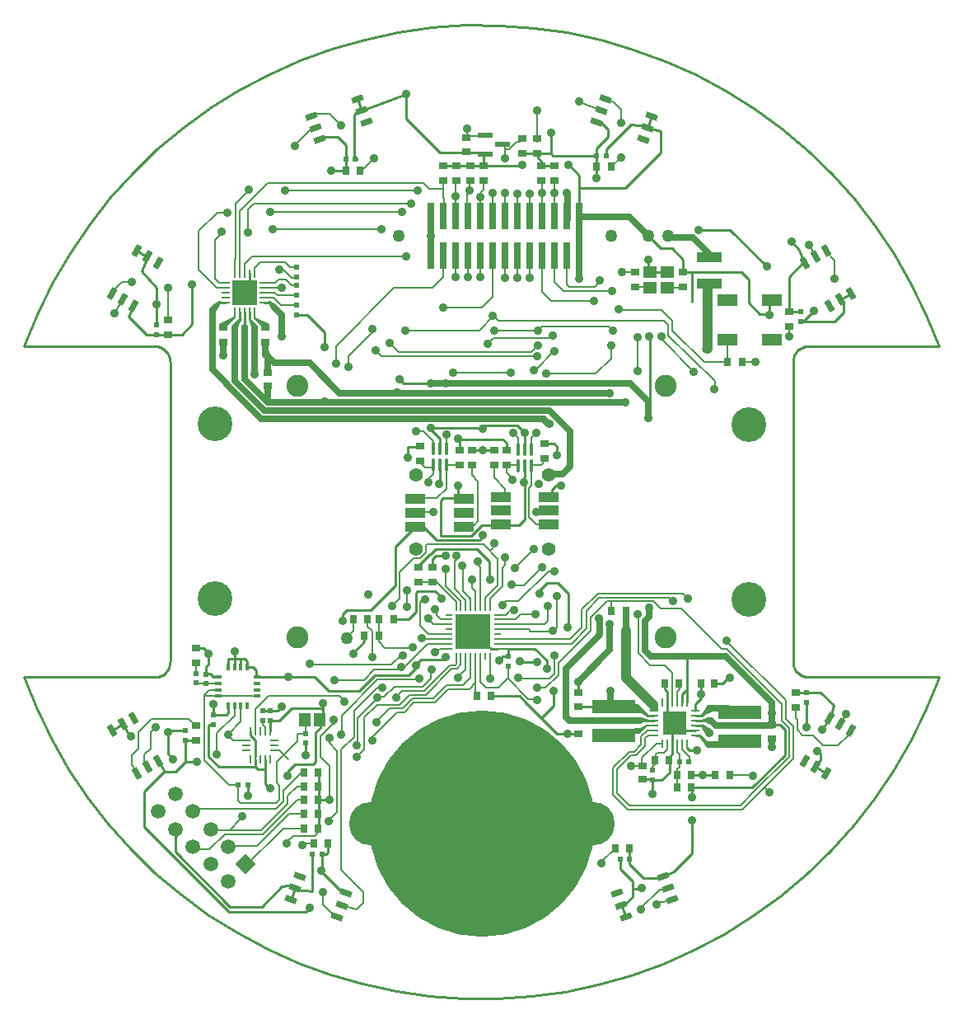
<source format=gtl>
%FSTAX23Y23*%
%MOIN*%
%SFA1B1*%

%IPPOS*%
%AMD17*
4,1,4,-0.001400,0.026400,-0.022100,0.014400,0.001400,-0.026400,0.022100,-0.014400,-0.001400,0.026400,0.0*
%
%AMD18*
4,1,4,-0.018000,0.019300,-0.026200,-0.003200,0.018000,-0.019300,0.026200,0.003200,-0.018000,0.019300,0.0*
%
%AMD19*
4,1,4,0.026200,-0.003200,0.018000,0.019300,-0.026200,0.003200,-0.018000,-0.019300,0.026200,-0.003200,0.0*
%
%AMD20*
4,1,4,0.022100,0.014400,0.001400,0.026400,-0.022100,-0.014400,-0.001400,-0.026400,0.022100,0.014400,0.0*
%
%AMD45*
4,1,4,0.000000,-0.041700,0.041700,0.000000,0.000000,0.041700,-0.041700,0.000000,0.000000,-0.041700,0.0*
%
%ADD10C,0.008000*%
%ADD11C,0.010000*%
%ADD12R,0.019700X0.023600*%
%ADD13R,0.027600X0.035400*%
%ADD14R,0.029100X0.110000*%
%ADD15R,0.011800X0.031500*%
%ADD16R,0.031500X0.011800*%
G04~CAMADD=17~9~0.0~0.0~240.0~470.0~0.0~0.0~0~0.0~0.0~0.0~0.0~0~0.0~0.0~0.0~0.0~0~0.0~0.0~0.0~30.0~442.0~527.0*
%ADD17D17*%
G04~CAMADD=18~9~0.0~0.0~240.0~470.0~0.0~0.0~0~0.0~0.0~0.0~0.0~0~0.0~0.0~0.0~0.0~0~0.0~0.0~0.0~70.0~524.0~385.0*
%ADD18D18*%
G04~CAMADD=19~9~0.0~0.0~240.0~470.0~0.0~0.0~0~0.0~0.0~0.0~0.0~0~0.0~0.0~0.0~0.0~0~0.0~0.0~0.0~290.0~524.0~385.0*
%ADD19D19*%
G04~CAMADD=20~9~0.0~0.0~240.0~470.0~0.0~0.0~0~0.0~0.0~0.0~0.0~0~0.0~0.0~0.0~0.0~0~0.0~0.0~0.0~330.0~442.0~527.0*
%ADD20D20*%
%ADD21R,0.094500X0.094500*%
%ADD22O,0.037400X0.009800*%
%ADD23O,0.009800X0.037400*%
%ADD24R,0.023600X0.019700*%
%ADD25R,0.035400X0.027600*%
%ADD26R,0.047200X0.055100*%
%ADD27O,0.013800X0.059100*%
%ADD28R,0.098400X0.098400*%
%ADD29O,0.033500X0.009800*%
%ADD30O,0.009800X0.033500*%
%ADD31R,0.035400X0.031500*%
%ADD32R,0.141700X0.141700*%
%ADD33O,0.009800X0.031500*%
%ADD34O,0.031500X0.009800*%
%ADD35R,0.055100X0.047200*%
%ADD36R,0.173000X0.056500*%
%ADD37R,0.102400X0.043300*%
%ADD38R,0.059100X0.023600*%
%ADD39R,0.031500X0.035400*%
%ADD40R,0.080000X0.050000*%
%ADD41R,0.078700X0.039400*%
%ADD42C,0.025000*%
%ADD43C,0.040000*%
%ADD44C,0.059100*%
G04~CAMADD=45~10~0.0~590.4~0.0~0.0~0.0~0.0~0~0.0~0.0~0.0~0.0~0~0.0~0.0~0.0~0.0~0~0.0~0.0~0.0~225.0~590.4~0.0*
%ADD45D45*%
%ADD46C,0.050000*%
%ADD47C,0.055100*%
%ADD48C,0.035000*%
%ADD49C,0.040000*%
%ADD50C,0.175000*%
%ADD51C,0.915000*%
%ADD52C,0.026000*%
%ADD53C,0.089000*%
%ADD54C,0.140000*%
%LNronemotorboard-v9-1*%
%LPD*%
G36*
X04925Y03144D02*
X04919D01*
X04884Y03156*
X04916Y03168*
X04925*
Y03144*
G37*
G36*
X04933Y03192D02*
X0489Y03171D01*
X04889Y0318*
X04913Y03215*
X04935Y03216*
X04933Y03192*
G37*
G36*
X04673Y03181D02*
X04668Y03172D01*
X04643Y03185*
X04618*
Y03221*
X04633*
X04673Y03181*
G37*
G36*
X04689Y03156D02*
X04644Y03144D01*
X04626*
Y03168*
X04643*
X04689Y03156*
G37*
G36*
X04918Y0307D02*
X0492Y0305D01*
X0491Y03049*
X04877Y03093*
X04883Y031*
X04918Y0307*
G37*
G36*
X04929Y03122D02*
X04931Y03098D01*
X04909Y03099*
X04885Y03134*
X04891Y03141*
X04929Y03122*
G37*
G36*
X0467Y03133D02*
X04639Y03103D01*
X04618Y03102*
Y03125*
X04642*
X04667Y0314*
X0467Y03133*
G37*
G36*
X03142Y04758D02*
X03114Y04755D01*
X03107Y04752*
X03078Y04782*
X03085Y04786*
X03142Y04758*
G37*
G36*
X02945Y04842D02*
X02934Y04821D01*
X02929Y04817*
X02912Y04835*
X02937Y04852*
X02945*
Y04842*
G37*
G36*
X0317Y04835D02*
X03153Y04817D01*
X03148Y04821*
X03137Y04842*
Y04852*
X03145*
X0317Y04835*
G37*
G36*
X03006Y04784D02*
X02972Y0475D01*
X02938Y04758*
X02999Y04788*
X03006Y04784*
G37*
G36*
X04716Y03195D02*
X04681D01*
Y03218*
X04716Y03219*
Y03195*
G37*
G36*
X03025Y04773D02*
X03013Y04746D01*
X02989*
Y04752*
X03016Y04778*
X03025Y04773*
G37*
G36*
X03093Y04753D02*
Y04747D01*
X03069*
X03057Y04774*
X03066Y04779*
X03093Y04753*
G37*
G54D10*
X03843Y05199D02*
D01*
X03843Y05199*
X03843Y05198*
X03843Y05198*
X03843Y05197*
X03843Y05197*
X03843Y05197*
X03843Y05196*
X03844Y05196*
X03844Y05195*
X03844Y05195*
X03844Y05195*
X03845Y05195*
X03843Y05199D02*
D01*
X03843Y05199*
X03843Y05198*
X03843Y05198*
X03843Y05197*
X03843Y05197*
X03843Y05197*
X03843Y05196*
X03844Y05196*
X03844Y05195*
X03844Y05195*
X03844Y05195*
X03845Y05195*
X03842Y05202D02*
D01*
X03842Y05201*
X03842Y052*
X03842Y052*
X03842Y05199*
X03842Y05198*
X03842Y05198*
X03843Y05197*
X03843Y05196*
X03843Y05196*
X03844Y05195*
X03844Y05195*
X03845Y05195*
X03843Y05199D02*
D01*
X03843Y05199*
X03843Y05198*
X03843Y05198*
X03843Y05197*
X03843Y05197*
X03843Y05197*
X03843Y05196*
X03844Y05196*
X03844Y05195*
X03844Y05195*
X03844Y05195*
X03845Y05195*
X03843Y05199D02*
D01*
X03843Y05199*
X03843Y05198*
X03843Y05198*
X03843Y05197*
X03843Y05197*
X03843Y05197*
X03843Y05196*
X03844Y05196*
X03844Y05195*
X03844Y05195*
X03844Y05195*
X03845Y05195*
X03942Y05198D02*
D01*
X03942Y05197*
X03942Y05197*
X03942Y05197*
X03942Y05197*
X03942Y05196*
X03942Y05196*
X03942Y05196*
X03942Y05196*
X03942Y05196*
X03942Y05196*
X03942Y05195*
X03942Y05195*
X03943Y05195*
X03943Y05195*
X03943Y05195*
X03943Y05195*
X03943Y05195*
X03944Y05195*
X03944Y05195*
X03944Y05195*
X03944Y05195*
X03944Y05195*
X03945Y05195*
X03943Y05197D02*
D01*
X03943Y05196*
X03943Y05196*
X03943Y05196*
X03943Y05196*
X03943Y05196*
X03943Y05196*
X03943Y05196*
X03943Y05195*
X03943Y05195*
X03943Y05195*
X03943Y05195*
X03943Y05195*
X03943Y05195*
X03943Y05195*
X03944Y05195*
X03944Y05195*
X03944Y05195*
X03944Y05195*
X03944Y05195*
X03944Y05195*
X03944Y05195*
X03944Y05195*
X03945Y05195*
X0444Y03571D02*
X04507Y03638D01*
X04493Y03652D02*
X04758D01*
X04696Y03638D02*
X04726Y03607D01*
X04507Y03638D02*
X04696D01*
X04424Y036D02*
X04476Y03652D01*
X04406Y03605D02*
X04471Y0367D01*
X03766Y04326D02*
X03806Y04285D01*
X03433Y03175D02*
X03579Y03321D01*
X03433Y03115D02*
Y03175D01*
X03525Y03038D02*
Y03167D01*
X03504Y03017D02*
X03525Y03038D01*
X03499Y03017D02*
X03504D01*
X03433Y03115D02*
X03441Y03107D01*
X03483Y03088D02*
Y03195D01*
X03432Y03037D02*
X03483Y03088D01*
X03432Y02551D02*
Y03037D01*
X03385Y02835D02*
Y02972D01*
X03347Y0301D02*
X03385Y02972D01*
X03347Y0301D02*
Y03092D01*
X03397Y03142*
X03288Y03153D02*
X0329Y03155D01*
X03288Y03104D02*
Y03153D01*
Y03104D02*
X03289Y03103D01*
X03397Y03142D02*
X03404D01*
X0421Y03243D02*
X0422Y03233D01*
X03211Y02664D02*
X03237Y0269D01*
X03324*
X03334Y027*
X03284Y0266D02*
X0332D01*
X03275Y02651D02*
X03284Y0266D01*
X03334Y027D02*
Y02714D01*
X03339Y0272*
X0332Y0266D02*
X03325D01*
X0332D02*
X0332D01*
X03336Y0272D02*
X03339D01*
X03557Y03414D02*
Y03517D01*
Y03414D02*
X03558Y03413D01*
X03539Y03534D02*
X03557Y03517D01*
X03539Y03534D02*
Y03565D01*
X03635Y03381D02*
X03677Y03423D01*
X03307Y03381D02*
X03635D01*
X03565Y03361D02*
X03682D01*
X03524Y0332D02*
X03565Y03361D01*
X03748Y03321D02*
X03753Y03326D01*
X03579Y03321D02*
X03748D01*
X03578Y0322D02*
X03668D01*
X03525Y03167D02*
X03578Y0322D01*
X0381Y03228D02*
X03864Y03282D01*
X03803Y03244D02*
X03858Y03299D01*
X03775Y0326D02*
X03879Y03364D01*
X03768Y03276D02*
X03872Y0338D01*
X0372Y03244D02*
X03803D01*
X03726Y03228D02*
X0381D01*
X03687Y03188D02*
X03726Y03228D01*
X0368Y03204D02*
X0372Y03244D01*
X03707Y0326D02*
X03775D01*
X03668Y0322D02*
X03707Y0326D01*
X03679Y03276D02*
X03768D01*
X03653Y0325D02*
X03679Y03276D01*
X03761Y03292D02*
X03795Y03325D01*
X03647Y03292D02*
X03761D01*
X03606Y03251D02*
X03647Y03292D01*
X03415Y0332D02*
X03524D01*
X03425Y03256D02*
X03449Y03232D01*
X03137Y03256D02*
X03425D01*
X03085Y03203D02*
X03137Y03256D01*
X03685Y0337D02*
X0378Y03465D01*
X03936Y03613D02*
Y03642D01*
Y0361D02*
Y03613D01*
X03892Y03797D02*
X03899Y03804D01*
Y03823*
X03892Y03687D02*
Y03796D01*
Y03687D02*
X03936Y03642D01*
X0385Y03774D02*
X03856Y03768D01*
Y03699D02*
Y03768D01*
Y03699D02*
X03916Y03638D01*
X03923Y0368D02*
Y03787D01*
Y0368D02*
X03952Y03651D01*
X03774Y03834D02*
Y03862D01*
X03751Y03811D02*
X03774Y03834D01*
X03668Y03756D02*
X03723Y03811D01*
X03668Y03695D02*
Y03756D01*
X03667Y03694D02*
X03668Y03695D01*
X03667Y03647D02*
Y03694D01*
X03639Y03619D02*
X03667Y03647D01*
X03751Y03633D02*
X03759Y03641D01*
X03751Y0354D02*
Y03633D01*
Y0354D02*
X03786Y03505D01*
X03774Y03862D02*
X03779Y03867D01*
X03723Y03811D02*
X03751D01*
X03779Y03867D02*
X04008D01*
X0378Y03465D02*
X03867D01*
X03872Y0338D02*
X03893D01*
X03879Y03364D02*
X039D01*
X04293Y03345D02*
Y0338D01*
X04274Y03326D02*
X04293Y03345D01*
X04164Y03326D02*
X04274D01*
X04311Y0334D02*
Y03389D01*
X04259Y03288D02*
X04311Y0334D01*
X0423Y03288D02*
X04259D01*
X05054Y04605D02*
X05107D01*
X03976Y03258D02*
Y03307D01*
X03951Y03282D02*
X03976Y03307D01*
Y03412*
X03255Y03072D02*
Y03102D01*
X0317Y02987D02*
X03255Y03072D01*
X0317Y02905D02*
Y02987D01*
X03385Y03064D02*
X03416Y03033D01*
Y02786D02*
Y03033D01*
X03388Y02758D02*
X03416Y02786D01*
X03432Y02551D02*
X03522Y02461D01*
X02878Y02996D02*
Y0326D01*
X02898Y0328*
X02878Y02996D02*
X02978Y02896D01*
X03818Y03581D02*
Y03609D01*
X03588Y03289D02*
X03597Y03279D01*
X04295Y05293D02*
X04308D01*
X04295D02*
Y05336D01*
Y05288D02*
Y05293D01*
X04288Y04648D02*
X04298D01*
X03697Y03619D02*
Y03673D01*
X03636Y03619D02*
X03639D01*
X02973Y03099D02*
X03025Y03151D01*
X04245Y05289D02*
Y05338D01*
X04195Y05195D02*
Y05285D01*
X03003Y05245D02*
X0306Y05302D01*
X03136Y05328D02*
X03763D01*
X03022Y05214D02*
X03136Y05328D01*
X03022Y04963D02*
Y05214D01*
X02922Y05098D02*
X02945Y05121D01*
X02922Y04941D02*
Y05098D01*
Y04941D02*
X02937Y04925D01*
X0293Y05209D02*
X02975D01*
X02855Y05134D02*
X0293Y05209D01*
X04262Y04558D02*
X04461D01*
X04221Y03285D02*
X04227D01*
X04099Y03637D02*
X04149D01*
X04085Y03623D02*
X04099Y03637D01*
X04085Y03621D02*
Y03623D01*
X04149Y03637D02*
X0427Y03758D01*
X04295*
X0422Y04575D02*
X04292Y04647D01*
X04461Y04558D02*
X04523Y0462D01*
Y04671*
X04479Y04928D02*
Y04935D01*
X04459Y04908D02*
X04479Y04928D01*
X04354Y04908D02*
X04459D01*
X04345Y04917D02*
X04354Y04908D01*
X04345Y04917D02*
Y05035D01*
X04295Y04928D02*
Y05035D01*
Y04928D02*
X04331Y04892D01*
X04528*
X04282Y04852D02*
X04452D01*
X03805Y04151D02*
Y0418D01*
X0377D02*
X03805D01*
X03755Y04195D02*
X0377Y0418D01*
X03857Y04093D02*
Y04189D01*
X03819Y04055D02*
X03857Y04093D01*
X0371Y04055D02*
X03819D01*
X03779Y04125D02*
X03805Y04151D01*
X04293Y0338D02*
Y03414D01*
Y0338D02*
X04293Y0338D01*
X04159Y03321D02*
X04164Y03326D01*
X04227Y03285D02*
Y03287D01*
X04406Y03532D02*
Y03605D01*
X04359Y03485D02*
X04406Y03532D01*
X04064Y03485D02*
X04359D01*
X04424Y03527D02*
Y036D01*
X04363Y03466D02*
X04424Y03527D01*
X04145Y03466D02*
X04363D01*
X0444Y03518D02*
Y03571D01*
X04311Y03389D02*
X0444Y03518D01*
X04304Y03659D02*
X04305Y03658D01*
Y03533D02*
Y03658D01*
X043Y03528D02*
X04305Y03533D01*
X04008Y03867D02*
X04066Y03809D01*
Y03702D02*
Y03809D01*
X04015Y03651D02*
X04066Y03702D01*
X04085Y03773D02*
X04096Y03784D01*
X04085Y03698D02*
Y03773D01*
X04034Y03647D02*
X04085Y03698D01*
X03961Y03692D02*
Y03721D01*
Y03692D02*
X03974Y03679D01*
X03995Y03613D02*
Y03776D01*
X03976Y03796D02*
X03995Y03776D01*
X04096Y03784D02*
Y03811D01*
X03986Y03961D02*
Y04123D01*
X0397Y03945D02*
X03986Y03961D01*
X03906Y03945D02*
X0397D01*
X0396Y04149D02*
X03986Y04123D01*
X02934Y03254D02*
X03075D01*
X03499Y03165D02*
X03585Y03251D01*
X03499Y03062D02*
Y03165D01*
X03795Y03325D02*
Y0336D01*
X03608Y0345D02*
X03709D01*
X03583Y03475D02*
X03608Y0345D01*
X03812Y03426D02*
X03832Y03446D01*
X03812Y03425D02*
Y03426D01*
X03832Y03446D02*
X03867D01*
X03867Y03544D02*
X03867Y03544D01*
X03805Y03544D02*
X03867D01*
X03772Y03577D02*
X03805Y03544D01*
X03834Y03564D02*
X03867D01*
X03818Y03581D02*
X03834Y03564D01*
X04245Y04889D02*
X04282Y04852D01*
X04245Y04889D02*
Y05035D01*
X04295Y05195D02*
Y05288D01*
X04035Y03842D02*
X04047Y03854D01*
X04024Y04678D02*
X04047Y04701D01*
X04278*
X04051Y04731D02*
X04229D01*
X04145Y05195D02*
Y05286D01*
X04095Y05195D02*
Y05287D01*
X04195Y04945D02*
Y05032D01*
X04221Y04318D02*
X04228Y04325D01*
X042Y04297D02*
X04221Y04318D01*
Y04321*
X04129Y04319D02*
X04149Y04298D01*
X04145Y04945D02*
Y0503D01*
X03895Y04562D02*
X04129D01*
X03857Y04256D02*
Y04323D01*
X04095Y04946D02*
Y0503D01*
X03Y03175D02*
Y03214D01*
X02929Y03104D02*
X03Y03175D01*
X02929Y03034D02*
Y03104D01*
X04064Y03465D02*
X04144Y03466D01*
X04064Y03524D02*
X0419D01*
X04064Y03583D02*
X04097D01*
X02899Y02634D02*
X02961Y02696D01*
X03114D02*
X03253Y02835D01*
X02961Y02696D02*
X03114D01*
X03109Y02713D02*
X03214Y02817D01*
X02905Y02713D02*
X03109D01*
X02829Y02634D02*
X02899D01*
X03388Y02758D02*
X03397Y02749D01*
X04943Y04504D02*
Y04527D01*
X04727Y04697D02*
X04858Y04566D01*
X0399Y04733D02*
X04049Y04792D01*
X03692Y04733D02*
X0399D01*
X04201Y04646D02*
X04227Y04672D01*
X03664Y04646D02*
X04201D01*
X03628Y04682D02*
X03664Y04646D01*
X04108Y03703D02*
X04172D01*
X04244Y03775*
X04129Y04128D02*
Y04132D01*
X04101Y0416D02*
X04129Y04132D01*
X04101Y0416D02*
Y04188D01*
X042Y04105D02*
Y04186D01*
X03522Y0242D02*
Y02461D01*
X03499Y03011D02*
Y03017D01*
X03893Y0338D02*
X03897Y03384D01*
X03558Y03087D02*
X03659Y03188D01*
X03653Y0325D02*
X03653D01*
X0422Y03948D02*
X04293D01*
X04191Y04095D02*
X042Y04104D01*
X04191Y03977D02*
Y04095D01*
Y03977D02*
X0422Y03948D01*
X04222Y04D02*
X04285D01*
X02898Y0328D02*
X02934D01*
X02978Y02896D02*
X03013D01*
X05441Y03054D02*
X05487Y031D01*
X05382Y03054D02*
X05441D01*
X0527Y0321D02*
X05278Y03202D01*
X03248Y04989D02*
X03252Y04985D01*
X03223Y04989D02*
X03248D01*
X03204Y05008D02*
X03223Y04989D01*
X03232Y04945D02*
X03251D01*
X03119Y04906D02*
X03191D01*
X04703Y03D02*
Y03017D01*
X04711Y03025*
X04738*
X04751Y03038*
Y03063*
X047Y02995D02*
X04701D01*
X03998Y05291D02*
X04008Y05301D01*
Y0534*
X03091Y0265D02*
X03221Y0278D01*
X02987Y0265D02*
X03091D01*
X02985Y02648D02*
X02987Y0265D01*
X03198Y02828D02*
Y02872D01*
X03182Y02834D02*
Y02893D01*
X03168Y02821D02*
X03182Y02834D01*
X03025Y02821D02*
X03168D01*
X03168Y02798D02*
X03198Y02828D01*
X02851Y02798D02*
X03168D01*
X04095Y0543D02*
Y05484D01*
X03461Y0463D02*
X03567Y04736D01*
X03916Y03613D02*
Y03638D01*
X04142Y05494D02*
X04155D01*
X04112Y05464D02*
X04142Y05494D01*
X04097Y05464D02*
X04112D01*
X0472Y02473D02*
X04742D01*
X04645Y02398D02*
X0472Y02473D01*
X04632Y0457D02*
Y04715D01*
X03593Y04629D02*
X04226D01*
X04711Y02418D02*
X0477Y02427D01*
X04643Y02393D02*
Y02398D01*
X04067Y03446D02*
X04107D01*
X02831Y02778D02*
X02851Y02798D01*
X03022Y02755D02*
Y02774D01*
X0298Y02713D02*
X03022Y02755D01*
Y02774D02*
X03034D01*
X03015Y02831D02*
X03025Y02821D01*
X03042Y02565D02*
X03197Y0272D01*
X0328*
X03221Y0278D02*
X0328D01*
X03253Y02835D02*
X0328D01*
X03214Y02817D02*
Y02851D01*
X03253Y0289*
X0328*
X039Y03364D02*
X03916Y03381D01*
X04097Y03583D02*
X04128Y03614D01*
X03916Y03381D02*
Y03416D01*
X03897Y03384D02*
Y03416D01*
X04034Y03613D02*
Y03647D01*
X04015Y03613D02*
Y03651D01*
X03952Y03651D02*
X03956Y03647D01*
Y03613D02*
Y03647D01*
X03976Y03613D02*
Y03611D01*
X03956Y0361D02*
Y03613D01*
X03015Y02831D02*
Y0289D01*
X02583Y02974D02*
X02604Y02953D01*
X02816Y03163D02*
X02845Y03134D01*
X02636Y02989D02*
X0265Y02975D01*
X02636Y02989D02*
Y03017D01*
X0266Y03041*
X04398Y05655D02*
X04484Y05622D01*
X03156Y05143D02*
X03594D01*
X03571Y04651D02*
X03593Y04629D01*
X0534Y03096D02*
X05382Y03054D01*
X04741Y03379D02*
X04771Y03349D01*
X04681Y03379D02*
X04741D01*
X04531Y02856D02*
X04591Y02796D01*
X04547Y02862D02*
X04597Y02812D01*
X02937Y04925D02*
X02964D01*
X02855Y04978D02*
X02927Y04905D01*
X02964*
X03951Y05298D02*
Y05341D01*
X04671Y03116D02*
X04698D01*
X04638Y03106D02*
X04668Y03136D01*
X04529Y03106D02*
X04638D01*
X04668Y03136D02*
X04693D01*
X04674Y03096D02*
X04698D01*
X04567Y04967D02*
X04621D01*
X03461Y04584D02*
Y0463D01*
X03003Y05022D02*
Y05218D01*
Y05245*
X03072Y05033D02*
X03693D01*
X03145Y05211D02*
X03678D01*
X03205Y05298D02*
X03741D01*
X03787Y05304D02*
X03843D01*
X03763Y05328D02*
X03787Y05304D01*
X03042Y05003D02*
X03072Y05033D01*
X03042Y04963D02*
Y05003D01*
X03995Y04948D02*
Y05035D01*
X03945Y04948D02*
Y05035D01*
X03895Y04947D02*
Y05035D01*
X04228Y04325D02*
Y04328D01*
X042Y04253D02*
Y04297D01*
X04149Y04253D02*
Y04298D01*
X042Y0419D02*
X0424D01*
X041D02*
X04148D01*
X0396Y04149D02*
Y0419D01*
X04095Y04054D02*
Y04092D01*
X0405Y04137D02*
X04095Y04092D01*
X0405Y04137D02*
Y0419D01*
X04001Y04825D02*
X04045Y04869D01*
X03846Y04825D02*
X04001D01*
X04045Y04869D02*
Y05035D01*
X03002Y04785D02*
Y04808D01*
X02965Y04748D02*
X03002Y04785D01*
X02965Y04745D02*
Y04748D01*
X03081Y04783D02*
X03118Y04746D01*
X03081Y04783D02*
Y04808D01*
X03002Y04963D02*
Y05022D01*
X03995Y05273D02*
X04005D01*
X0395Y05299D02*
X03951Y05298D01*
X03895Y05195D02*
Y05276D01*
Y05339*
X03843Y0527D02*
Y05304D01*
Y05335*
X0384Y05338D02*
X03843Y05335D01*
Y0527D02*
X03847Y05266D01*
X03942Y05198D02*
Y05289D01*
X04245Y05195D02*
Y05289D01*
X04045Y05195D02*
Y05289D01*
X03493Y02391D02*
X03522Y0242D01*
X03434Y0241D02*
X03493Y02391D01*
X0317Y02905D02*
X03182Y02893D01*
X03847Y05243D02*
Y05266D01*
X03995Y05195D02*
Y05263D01*
X02511Y04896D02*
X02545Y0493D01*
X02583*
X03245Y05481D02*
X03318Y05554D01*
X03245Y05481D02*
Y05484D01*
Y05479D02*
Y05481D01*
X03323Y05607D02*
X03386D01*
X03432Y05561*
X04503Y05668D02*
X04534Y05655D01*
X04563Y05626*
Y05573D02*
Y05626D01*
X05397Y05047D02*
X05428Y05016D01*
Y04942D02*
Y05016D01*
X05487Y031D02*
Y03109D01*
X03401Y02367D02*
X03417D01*
X03357Y02411D02*
X03401Y02367D01*
X03357Y02411D02*
Y02462D01*
X04486Y02578D02*
Y02585D01*
X0454Y0264*
X04524Y05395D02*
X04563Y05433D01*
X03426Y05567D02*
X03432Y05561D01*
X03514Y0538D02*
X03564Y05429D01*
X0273Y04774D02*
X02731Y04906D01*
X02726Y04778D02*
X0273Y04774D01*
X048Y03306D02*
X04802Y03308D01*
X048Y03282D02*
Y03306D01*
X0479Y03272D02*
X048Y03282D01*
X0479Y03265D02*
Y03272D01*
X04521Y03097D02*
X04529Y03106D01*
X0479Y03228D02*
Y03265D01*
X04771Y03228D02*
Y03349D01*
X03165Y04925D02*
X03177Y04938D01*
X03209D02*
X0323Y04916D01*
X03177Y04938D02*
X03209D01*
X03119Y04925D02*
X03165D01*
X03182Y04977D02*
X03201Y04976D01*
X0308Y04964D02*
Y04985D01*
X03103Y05008*
X03204*
X0323Y04916D02*
X03251D01*
X03201Y04976D02*
X03232Y04945D01*
X03248Y04874D02*
X03251Y04876D01*
X03251Y04945D02*
X03253Y04946D01*
X03865Y0419D02*
X0391D01*
X03865Y0419D02*
X03865Y0419D01*
X03119Y04866D02*
X03158D01*
X03189Y04835*
X03251*
X03173Y04874D02*
X03248D01*
X03161Y04886D02*
X03173Y04874D01*
X03119Y04886D02*
X03161D01*
X02846Y03305D02*
X02934D01*
X02846Y03346D02*
Y03389D01*
X02878Y03254D02*
X02934D01*
X03255Y03102D02*
X03256Y03103D01*
X03289*
X0401Y05518D02*
X04013Y05521D01*
X0394Y05518D02*
X0401D01*
X0394Y05512D02*
Y05549D01*
X04225Y05494D02*
Y05623D01*
X04791Y02937D02*
X04792Y02938D01*
X0479Y02941D02*
Y02958D01*
X04791Y02871D02*
Y02937D01*
X0479Y03063D02*
X04791Y03063D01*
X0481Y03037D02*
Y03063D01*
Y03037D02*
X0484Y03008D01*
Y02995D02*
Y03008D01*
X0479Y02958D02*
X048Y02968D01*
X04791Y03049D02*
Y03063D01*
X048Y02968D02*
Y03019D01*
X04791Y03027D02*
Y03056D01*
Y03027D02*
X048Y03019D01*
X0469Y02954D02*
Y02967D01*
X047Y02977*
Y02994*
X04095Y05484D02*
Y05486D01*
X04084Y05484D02*
X04095D01*
X02855Y04978D02*
Y05134D01*
X03053Y05127D02*
Y05221D01*
X03078Y05246*
X03715*
X03952Y03651D02*
X03952Y0365D01*
X02515Y04802D02*
X02549Y04858D01*
X04621Y04908D02*
X04671D01*
X04751Y04906D02*
X04811D01*
X05323Y05078D02*
X0535Y05036D01*
X05245Y0471D02*
Y0475D01*
X04129Y04318D02*
Y04319D01*
X04221Y04321D02*
X04228Y04328D01*
X03708Y04D02*
X0381D01*
X04633Y03427D02*
X04681Y03379D01*
X04633Y03427D02*
Y03583D01*
X04606Y02973D02*
X04649D01*
Y03004*
X04708Y03063*
X04731*
X04618Y0303D02*
X04646Y03058D01*
Y03091*
X04671Y03116*
X04662Y03051D02*
Y03084D01*
X04674Y03096*
X04624Y03014D02*
X04662Y03051D01*
X0527Y03164D02*
Y0321D01*
Y03164D02*
X05277Y03157D01*
Y03117D02*
Y03157D01*
Y03117D02*
X05298Y03096D01*
X0534*
X04991Y03445D02*
X05214Y03222D01*
X0523Y03162D02*
X0526Y03132D01*
X05214Y03155D02*
X05244Y03125D01*
X05214Y03155D02*
Y03222D01*
X03091Y03254D02*
X03092Y03255D01*
X0261Y03107D02*
X02666Y03163D01*
X02816*
X02583Y02974D02*
Y03016D01*
X0261Y03043*
Y03107*
X0266Y03041D02*
Y03108D01*
X02681Y03129*
X04531Y02856D02*
Y02964D01*
X04597Y0303*
X04618*
X04547Y02862D02*
Y02957D01*
X04603Y03014*
X04624*
X05102Y02867D02*
X05244Y03009D01*
Y03125*
X0526Y03002D02*
Y03132D01*
X04597Y02812D02*
X05047D01*
X05102Y02867*
X04591Y02796D02*
X05053D01*
X05004Y02935D02*
X05097D01*
X05099Y02933*
X05144Y02885D02*
X05166Y02864D01*
X05053Y02796D02*
X0526Y03002D01*
X04943Y04504D02*
X0495Y04497D01*
X03025Y03151D02*
Y03214D01*
X03198Y02872D02*
X03273Y02947D01*
X03385Y03064D02*
Y03084D01*
Y03085*
X04989Y0347D02*
X04997D01*
X0523Y03237*
Y03162D02*
Y03237D01*
X04807Y03607D02*
X0497Y03445D01*
X04991*
X04643Y02398D02*
X04645D01*
X04064Y03544D02*
X04253D01*
X04064Y03564D02*
X04137D01*
X02993Y03074D02*
X03048D01*
X02972Y03096D02*
X02993Y03074D01*
X03124Y03111D02*
Y0313D01*
X03115Y0314D02*
X03124Y0313D01*
X03115Y0314D02*
Y03156D01*
X03806Y04256D02*
Y04285D01*
X03738Y04326D02*
X03766D01*
X03845Y04947D02*
Y05035D01*
X03802Y04904D02*
X03845Y04947D01*
X03645Y04904D02*
X03802D01*
X03411Y0467D02*
X03645Y04904D01*
X03411Y046D02*
Y0467D01*
X03975Y03613D02*
Y03677D01*
X03974Y03679D02*
X03975Y03677D01*
X03974Y03679D02*
X03975Y03678D01*
X04133Y03771D02*
X0421Y03848D01*
X03161Y03035D02*
X03182D01*
X03218Y03*
X03585Y03504D02*
Y03565D01*
X0348Y03518D02*
Y03565D01*
X03459Y03497D02*
X0348Y03518D01*
X03583Y03475D02*
Y03494D01*
X03897Y03613D02*
Y03635D01*
X04727Y04697D02*
Y04711D01*
X04858Y04565D02*
Y04566D01*
X03085Y03111D02*
Y03203D01*
X04914Y04754D02*
Y0478D01*
X04813Y0367D02*
X04836Y03647D01*
X04758Y03652D02*
X04773Y03637D01*
X04726Y03607D02*
X04807D01*
X04471Y0367D02*
X04813D01*
X04476Y03652D02*
X04492D01*
X04525Y036D02*
Y03635D01*
X04995Y04607D02*
Y04695D01*
X04049Y04792D02*
X04068Y04773D01*
X04738D02*
X04756Y04754D01*
Y04713D02*
X04943Y04527D01*
X04756Y04713D02*
Y04754D01*
X04901Y04605D02*
X04995D01*
X04772Y04733D02*
Y04772D01*
X04729Y04816D02*
X04772Y04772D01*
X04555Y04816D02*
Y04817D01*
X04514Y04748D02*
X04531Y04731D01*
X04245Y04748D02*
X04514D01*
X04233Y04736D02*
X04245Y04748D01*
X04772Y04733D02*
X04901Y04605D01*
X03492Y03055D02*
X03499Y03062D01*
X04555Y04816D02*
X04729D01*
X04068Y04773D02*
X04738D01*
X03936Y03363D02*
X03936Y03416D01*
X03483Y03195D02*
X03577Y03289D01*
X03588*
X03574Y03151D02*
X03627Y03204D01*
X03585Y03251D02*
X03606D01*
X03627Y03204D02*
X0368D01*
X03659Y03188D02*
X03687D01*
X03909Y03336D02*
X03936Y03363D01*
X03926Y03299D02*
X03956Y03329D01*
Y03413*
X03864Y03282D02*
X03951D01*
X03858Y03299D02*
X03926D01*
X05451Y03141D02*
X05474Y03182D01*
X05475Y03183*
X04034Y03334D02*
Y03416D01*
X03995Y03312D02*
Y03416D01*
Y03312D02*
X04019Y03289D01*
X04068*
X04108Y03329*
X03759Y03641D02*
X03769D01*
X0419Y03524D02*
X04199Y03516D01*
X04288*
X0429Y03528D02*
X043D01*
X04253Y03544D02*
X04269Y0356D01*
Y03604*
X04137Y03564D02*
X04157Y03584D01*
X04214*
X03748Y03714D02*
X03818D01*
X03897Y03635*
X03762Y03485D02*
X03867D01*
X03786Y03505D02*
X03865D01*
X0424Y0419D02*
X04258Y04208D01*
X04108Y03324D02*
Y03375D01*
Y03324D02*
X04189Y03243D01*
X0421*
G54D11*
X02149Y03331D02*
D01*
X022Y03203*
X0226Y03079*
X02328Y0296*
X02405Y02846*
X02489Y02738*
X02581Y02635*
X02679Y0254*
X02784Y02451*
X02895Y0237*
X03012Y02297*
X03133Y02232*
X03258Y02176*
X03387Y02129*
X03519Y02091*
X03653Y02062*
X03789Y02043*
X03926Y02033*
X04064Y02032*
X04201Y02042*
X04337Y0206*
X04471Y02089*
X04603Y02126*
X04733Y02173*
X04858Y02229*
X0498Y02293*
X05096Y02365*
X05208Y02446*
X05313Y02534*
X05412Y02629*
X05504Y02731*
X05589Y02839*
X05666Y02953*
X05735Y03072*
X05796Y03195*
X05847Y03322*
X05851Y03331*
Y04669D02*
D01*
X05799Y04796*
X05739Y0492*
X05671Y05039*
X05594Y05153*
X0551Y05261*
X05418Y05364*
X0532Y05459*
X05215Y05548*
X05104Y05629*
X04987Y05702*
X04866Y05767*
X04741Y05823*
X04612Y0587*
X0448Y05908*
X04346Y05937*
X0421Y05956*
X04073Y05966*
X03935Y05967*
X03798Y05957*
X03662Y05939*
X03528Y0591*
X03396Y05873*
X03266Y05826*
X03141Y0577*
X03019Y05706*
X02903Y05634*
X02791Y05553*
X02686Y05465*
X02587Y0537*
X02495Y05268*
X0241Y0516*
X02333Y05046*
X02264Y04927*
X02203Y04804*
X02152Y04677*
X02149Y04669*
X05323D02*
D01*
X05318Y04668*
X05314Y04668*
X05309Y04667*
X05305Y04666*
X05301Y04665*
X05297Y04663*
X05293Y04661*
X05289Y04659*
X05285Y04656*
X05282Y04654*
X05279Y04651*
X05276Y04648*
X05273Y04644*
X0527Y04641*
X05268Y04637*
X05266Y04633*
X05264Y04629*
X05263Y04625*
X05261Y04621*
X0526Y04616*
X0526Y04612*
X0526Y04608*
X0526Y04606*
Y03394D02*
D01*
X0526Y03389*
X0526Y03385*
X05261Y0338*
X05262Y03376*
X05263Y03372*
X05265Y03368*
X05267Y03364*
X05269Y0336*
X05272Y03356*
X05274Y03353*
X05277Y0335*
X0528Y03347*
X05284Y03344*
X05287Y03341*
X05291Y03339*
X05295Y03337*
X05299Y03335*
X05303Y03334*
X05307Y03332*
X05312Y03331*
X05316Y03331*
X0532Y03331*
X05323Y03331*
X0274Y04606D02*
D01*
X02739Y0461*
X02739Y04614*
X02738Y04619*
X02737Y04623*
X02736Y04627*
X02734Y04631*
X02732Y04635*
X0273Y04639*
X02727Y04643*
X02725Y04646*
X02722Y04649*
X02719Y04652*
X02715Y04655*
X02712Y04658*
X02708Y0466*
X02704Y04662*
X027Y04664*
X02696Y04665*
X02692Y04667*
X02687Y04668*
X02683Y04668*
X02679Y04668*
X02677Y04669*
Y03331D02*
D01*
X02681Y03331*
X02685Y03331*
X0269Y03332*
X02694Y03333*
X02698Y03334*
X02702Y03336*
X02706Y03338*
X0271Y0334*
X02714Y03343*
X02717Y03345*
X0272Y03348*
X02723Y03351*
X02726Y03355*
X02729Y03358*
X02731Y03362*
X02733Y03366*
X02735Y0337*
X02736Y03374*
X02738Y03378*
X02739Y03383*
X02739Y03387*
X02739Y03391*
X0274Y03394*
X04173Y03967D02*
Y04122D01*
X04305Y04228D02*
Y04263D01*
Y04226D02*
Y04228D01*
X04293Y04274D02*
X04305Y04263D01*
X04255Y04274D02*
X04293D01*
X03355Y03143D02*
Y03159D01*
X03349Y03137D02*
X03355Y03143D01*
X03349Y03127D02*
Y03137D01*
X03328Y03106D02*
X03349Y03127D01*
X03328Y02988D02*
Y03106D01*
X03385Y02835D02*
X03392D01*
X03342D02*
X03385D01*
X03318Y02978D02*
X03328Y02988D01*
X03324Y03331D02*
X0338Y03275D01*
X03305Y03331D02*
X03324D01*
X03705Y03339D02*
X03736Y0337D01*
X03569Y03339D02*
X03705D01*
X03505Y03275D02*
X03569Y03339D01*
X03091Y03331D02*
X03217D01*
X0338Y03275D02*
X03505D01*
X03217Y03331D02*
X03304D01*
X03814Y03822D02*
X03851D01*
X038Y03808D02*
X03814Y03822D01*
X038Y03774D02*
Y03808D01*
X04349Y03101D02*
X0439D01*
X04291Y03216D02*
Y03278D01*
X03813Y03849D02*
X03981D01*
X03793Y03829D02*
X03813Y03849D01*
X04975Y03306D02*
X05001Y03332D01*
X04157Y03396D02*
X04163Y03392D01*
X04153Y034D02*
X04157Y03396D01*
X03745Y03781D02*
X03791Y03827D01*
X03745Y03774D02*
Y03781D01*
X03651Y03859D02*
X03732Y0394D01*
X03651Y03702D02*
Y03859D01*
X03552Y03603D02*
X03651Y03702D01*
X03734Y03673D02*
X03741Y0368D01*
X03734Y03595D02*
Y03673D01*
X03704Y03565D02*
X03734Y03595D01*
X03644Y03565D02*
X03704D01*
X03251Y04796D02*
X03293D01*
X03708Y03943D02*
X0376D01*
X03437Y0356D02*
Y03586D01*
X03454Y03603*
X03552*
X04682Y04448D02*
Y04707D01*
X04676Y04977D02*
Y05017D01*
X05378Y0312D02*
X05407Y03166D01*
X04175Y04253D02*
Y04317D01*
X0396Y04249D02*
X04048D01*
X03992Y03885D02*
X04007Y039D01*
X03357Y03197D02*
Y03226D01*
X03753Y03401D02*
X03846D01*
X0373Y03378D02*
X03753Y03401D01*
X0373Y03364D02*
Y03378D01*
X03525Y03474D02*
Y035D01*
X03477Y03426D02*
X03525Y03474D01*
X0469Y02915D02*
X04729D01*
X0469D02*
Y02917D01*
Y02862D02*
Y02915D01*
X0464Y02918D02*
X0469D01*
X0476Y02946D02*
Y02988D01*
X04729Y02915D02*
X0476Y02946D01*
X04244Y03169D02*
X04291Y03216D01*
X04182Y03226D02*
X04306Y03102D01*
X04347Y03101D02*
X04349D01*
X04306Y03102D02*
X04348D01*
X04182Y03226D02*
D01*
X04153Y03255D02*
X04182Y03226D01*
X04039Y03255D02*
X04153D01*
X03244Y02978D02*
X03318D01*
X03215Y02949D02*
X03244Y02978D01*
X03174Y03194D02*
X03191Y03211D01*
X03145Y03194D02*
X03174D01*
X03232Y03205D02*
X03349D01*
X03357Y03162D02*
Y03197D01*
X03349Y03205D02*
X03357Y03197D01*
X03182Y03155D02*
X03232Y03205D01*
X03085Y02968D02*
Y02998D01*
X03086Y02968D02*
X03094Y0296D01*
X03124Y02898D02*
X03145Y02878D01*
X03055Y02853D02*
Y02895D01*
X02895Y0301D02*
Y03136D01*
X02938Y02967D02*
X03085D01*
X02895Y0301D02*
X02938Y02967D01*
X02895Y03136D02*
X02898Y0314D01*
X02915*
Y03179D02*
Y03219D01*
X02715Y02949D02*
X02718D01*
X02692Y02993D02*
X02718Y02949D01*
X02635Y02724D02*
X02978Y02381D01*
X02635Y02724D02*
Y02869D01*
X03289Y02381D02*
X03305Y02397D01*
X02978Y02381D02*
X03289D01*
X02635Y02869D02*
X02715Y02949D01*
X02718D02*
X02761D01*
X04225Y05449D02*
Y0545D01*
X04227Y05449D02*
X04278D01*
X04225D02*
X04227D01*
X04213D02*
X04225D01*
X04227D02*
Y0545D01*
Y0543D02*
Y05449D01*
Y0543D02*
X0424Y05417D01*
Y05399D02*
Y05417D01*
Y05399D02*
X04295D01*
X0423D02*
X0424D01*
X04394Y05309D02*
Y0536D01*
X0435Y05404D02*
X04394Y0536D01*
X04212Y05448D02*
X04217Y05452D01*
X04162Y05448D02*
X04212D01*
X04278Y05449D02*
X0428Y05447D01*
X05165Y04799D02*
Y04846D01*
Y04795D02*
Y04799D01*
X05289Y04771D02*
X05303D01*
X05165Y04799D02*
X05166D01*
X05126D02*
X05165D01*
X03701Y04263D02*
X03745D01*
X03701Y04219D02*
Y04263D01*
X03846Y04055D02*
X03905D01*
X03836Y04045D02*
X03846Y04055D01*
X03836Y03903D02*
Y04045D01*
X04216Y03445D02*
X04264Y03397D01*
Y03373D02*
Y03397D01*
Y03373D02*
X04266Y03371D01*
X04163Y03392D02*
X04215D01*
X04108Y03445D02*
X04216D01*
X0435Y03535D02*
Y03669D01*
X04307Y03712D02*
X0435Y03669D01*
X04265Y03712D02*
X04307D01*
X04235Y03682D02*
X04265Y03712D01*
X04235Y0367D02*
Y03682D01*
X03981Y03849D02*
X04032Y03798D01*
Y03737D02*
Y03798D01*
X03085Y03008D02*
Y03075D01*
X03065Y03094D02*
X03085Y03075D01*
X03065Y03094D02*
Y03111D01*
X02967Y0318D02*
X02974Y03187D01*
X02919Y0318D02*
X02967D01*
X02974Y03187D02*
Y03214D01*
X03905Y04055D02*
Y04105D01*
X03341Y02835D02*
Y02948D01*
X03215Y02931D02*
Y02932D01*
X02761Y02685D02*
X02767Y02691D01*
X02761Y02624D02*
Y02685D01*
Y02624D02*
X02982Y02403D01*
X04816Y04967D02*
X05051D01*
X0485Y04849D02*
Y04967D01*
X03379Y02623D02*
Y0266D01*
X03341Y02727D02*
Y02835D01*
X03251Y02473D02*
X03316Y02466D01*
X03315Y02467D02*
X03316Y02467D01*
X03315Y02467D02*
Y02615D01*
X03354Y02553D02*
Y02615D01*
X03371*
X03354D02*
X03354D01*
X03351Y0255D02*
X03354Y02553D01*
X03371Y02615D02*
X03379Y02623D01*
X03351Y02546D02*
Y02548D01*
Y02546D02*
X03403Y02493D01*
X03486Y05606D02*
X03502Y05622D01*
X03486Y05438D02*
Y05606D01*
Y05438D02*
X03496Y05428D01*
X0415Y03944D02*
X04173Y03967D01*
X02885Y03425D02*
Y03438D01*
X02896Y03384D02*
Y03423D01*
X02883Y03371D02*
X02896Y03384D01*
X02883Y03343D02*
Y03371D01*
Y03423D02*
X02885Y03425D01*
X02883Y03345D02*
X029D01*
X02874Y03448D02*
X02885Y03438D01*
X02843Y03448D02*
X02874D01*
X03042Y04749D02*
Y04808D01*
X05031Y03058D02*
X05051Y03077D01*
X0488Y03096D02*
X04919Y03058D01*
X0305Y0337D02*
Y03395D01*
X0546Y0485D02*
X05463Y04847D01*
Y04805D02*
Y04847D01*
X05428Y0477D02*
X05463Y04805D01*
X05244Y0495D02*
X05302Y05008D01*
X05244Y04809D02*
Y0495D01*
Y04809D02*
X0529D01*
X04318Y0544D02*
D01*
X04288D02*
X04318D01*
X0428Y05448D02*
X04288Y0544D01*
X03217Y02489D02*
X03243Y02483D01*
X03191Y02484D02*
X03217Y02489D01*
X0311Y02403D02*
X03191Y02484D01*
X02982Y02403D02*
X0311D01*
X0273Y03021D02*
X02751Y03D01*
X0273Y03021D02*
Y03107D01*
X03139Y02885D02*
X03144Y02881D01*
X03145Y0288*
X03055Y0285D02*
Y02853D01*
X03Y03405D02*
X0304D01*
X02974D02*
X03D01*
Y03425*
Y03371D02*
Y03405D01*
X05303Y04771D02*
X05343Y04811D01*
X028Y02988D02*
X02848D01*
X05286Y05057D02*
X053Y05016D01*
X05253Y05092D02*
X05286Y05057D01*
X05005Y05138D02*
X05153Y04992D01*
X04879Y05138D02*
X05005D01*
X03818Y03885D02*
X03992D01*
X0376Y03943D02*
X03818Y03885D01*
X03958Y03903D02*
X04Y03945D01*
X03836Y03903D02*
X03958D01*
X02548Y03142D02*
X02549Y03143D01*
X02505Y03116D02*
X02548Y03142D01*
X02738Y03115D02*
X028D01*
X0273Y03107D02*
X02738Y03115D01*
X02576Y03096D02*
X02581Y03091D01*
X02549Y03141D02*
X02576Y03096D01*
X02761Y02949D02*
X028Y02988D01*
Y03076D02*
X02849D01*
X0285Y03075*
X05362Y03029D02*
X05363Y0303D01*
X05362Y03029D02*
X05362Y03029D01*
X0439Y03267D02*
Y03313D01*
X04823Y03274D02*
X0483D01*
Y03409*
X03293Y04796D02*
X03365Y04724D01*
Y04665D02*
Y04724D01*
X0439Y03101D02*
Y03101D01*
X04671Y03176D02*
X04698D01*
X04631Y03216D02*
X04671Y03176D01*
X03042Y04808D02*
Y04809D01*
X03062Y04776D02*
Y04808D01*
X03987Y05453D02*
X03996Y05444D01*
X0394Y05453D02*
X03987D01*
X03939Y05454D02*
X0394Y05453D01*
X03832D02*
X0394D01*
X03696Y05589D02*
X03832Y05453D01*
X03696Y05589D02*
Y0569D01*
X03953Y05399D02*
X04008D01*
X03898D02*
X03953D01*
X03843D02*
X03898D01*
X0257Y04789D02*
X02589Y04825D01*
X0257Y04789D02*
X02643Y04715D01*
X02643Y05023D02*
X02644Y05023D01*
X02606Y05055D02*
X02647Y0503D01*
X02624Y04973D02*
X02644Y05023D01*
X02624Y04973D02*
X02685Y04906D01*
X03359Y05515D02*
X03418D01*
X0345Y05482*
Y05425D02*
Y05482D01*
X03496Y05423D02*
Y05428D01*
X03502Y05622D02*
X03516D01*
X03526Y05626D02*
X03696Y0569D01*
X04672Y05553D02*
X04687Y05599D01*
X04466Y0544D02*
Y05468D01*
X04512Y05514*
Y05544*
X0448Y05575D02*
X04512Y05544D01*
X04466Y05575D02*
X0448D01*
X04466D02*
X04473Y05572D01*
X04472Y05574D02*
X04473Y05572D01*
X04475Y05571*
X04603Y05565D02*
X04663Y0556D01*
X04504Y05466D02*
X04603Y05565D01*
X04504Y05466D02*
X04504Y0544D01*
X05454Y04858D02*
X05493Y04881D01*
X0529Y0477D02*
X05428D01*
X05359Y03033D02*
X05362Y03029D01*
X05371Y03021*
X05358Y02983D02*
X05371Y02996D01*
Y03021*
X0527Y03269D02*
X05372D01*
X05414Y03177D02*
X05423Y03219D01*
X05372Y03269D02*
X05423Y03219D01*
X05351Y02968D02*
X05394Y02943D01*
X05315Y03129D02*
Y0323D01*
X04599Y02574D02*
Y0264D01*
X04655Y02519D02*
X04721D01*
X04599Y02574D02*
X04655Y02519D01*
X04566Y0241D02*
X0458Y02371D01*
X04581Y0237*
X0458Y02368D02*
X04581Y0237D01*
X0456Y02555D02*
X04611Y02505D01*
X04586Y02417D02*
X04611Y02442D01*
X04573Y02417D02*
X04586D01*
X0456Y02555D02*
Y02595D01*
X03403Y02493D02*
X03438Y02459D01*
X04887Y03261D02*
Y03315D01*
X04889Y02935D02*
X04895D01*
X04889D02*
D01*
X04849D02*
X04889D01*
X04863Y03195D02*
Y03221D01*
X05039Y03206D02*
X05051Y03194D01*
X0481Y03107D02*
Y03116D01*
X04771Y03063D02*
Y03136D01*
X04781Y03146*
X0481Y03116*
X04863*
Y03096D02*
X0488D01*
X04863Y03156D02*
X04921D01*
X04641D02*
X04698D01*
X04581Y03215D02*
X04611D01*
X04751Y03175D02*
Y03228D01*
Y03175D02*
X04781Y03146D01*
X0481Y03228D02*
Y03261D01*
X04823Y03274*
X0483Y03228D02*
Y03273D01*
X04611Y03216D02*
X04631D01*
X0484Y03036D02*
X04871D01*
X0483Y03046D02*
X0484Y03036D01*
X03119Y04846D02*
X0314D01*
X03062Y04906D02*
Y04964D01*
X02941Y04846D02*
X02963D01*
X0314D02*
X03161Y04826D01*
X03061Y04776D02*
X03081Y04756D01*
X03001Y04746D02*
Y04756D01*
X05323Y04669D02*
X05851D01*
X0526Y03394D02*
Y04606D01*
X05323Y03331D02*
X05851D01*
X02149Y04669D02*
X02677D01*
X0274Y03394D02*
Y04606D01*
X02149Y03331D02*
X02677D01*
X03832Y04127D02*
Y04189D01*
X03001Y04756D02*
X03023Y04778D01*
X03022D02*
Y04807D01*
X02974Y03371D02*
Y03405D01*
X0304D02*
X0305Y03395D01*
X03025Y03371D02*
Y03404D01*
X029Y03345D02*
X02913Y03331D01*
X02934*
X02885Y03425D02*
X02895D01*
X03289Y03016D02*
Y03064D01*
X04399Y03213D02*
X04535D01*
X04399Y03213D02*
X04399Y03213D01*
X04771Y03019D02*
Y03063D01*
X04759Y03007D02*
X04771Y03019D01*
X04751Y03228D02*
Y03272D01*
X04741Y03283D02*
X04751Y03272D01*
X04741Y03283D02*
Y03292D01*
X03684Y04518D02*
X03794D01*
X03667Y04535D02*
X03684Y04518D01*
X02643Y04715D02*
X0273D01*
X02685Y04754D02*
Y04836D01*
X02686Y04837*
X02829Y04757D02*
Y04918D01*
X02788Y04716D02*
X02829Y04757D01*
X0273Y04716D02*
X02788D01*
X02685Y04836D02*
Y04906D01*
X0339Y05379D02*
X03446D01*
X03452Y05371D02*
Y05426D01*
X03498Y05669D02*
X03516Y05623D01*
X04008Y05399D02*
Y05441D01*
X04465Y05399D02*
Y0544D01*
X04318D02*
X04465D01*
X0428Y05448D02*
Y05532D01*
X04008Y05399D02*
D01*
X04174*
X04672Y05553D02*
X04723Y05539D01*
Y05451D02*
Y05539D01*
X04581Y05309D02*
X04723Y05451D01*
X04394Y05309D02*
X04581D01*
X04394Y05235D02*
Y05309D01*
X04816Y04967D02*
Y0502D01*
X04771Y05065D02*
X04816Y0502D01*
X04724Y05065D02*
X04771D01*
X04675Y05114D02*
X04724Y05065D01*
X0475Y0497D02*
X04751Y04969D01*
X04681D02*
X04749D01*
X04465Y05348D02*
Y05394D01*
X041Y04249D02*
Y04277D01*
X04085Y04292D02*
X041Y04277D01*
X0391Y0425D02*
Y0429D01*
X04008Y04349D02*
X04143D01*
X04175Y04318*
X03913Y04292D02*
X04085D01*
X04284Y0406D02*
Y04087D01*
X04175Y0414D02*
Y04186D01*
X03794Y04332D02*
X03832Y04294D01*
Y04256D02*
Y04294D01*
X03905Y04055D02*
X03905D01*
X04Y03945D02*
X04096D01*
X04094Y03944D02*
X0415D01*
X03905Y04055D02*
Y04055D01*
X04736Y02526D02*
X04778Y02544D01*
X04851Y02617*
Y02753*
Y02846D02*
Y02883D01*
X04611Y02442D02*
Y02476D01*
Y02505*
Y02476D02*
X04647D01*
X04648Y02477*
X03231Y02434D02*
X03246Y02479D01*
X04942Y03315D02*
X04951Y03306D01*
X04975*
X04884Y0325D02*
X04888Y03246D01*
X04863Y03221D02*
X04888Y03246D01*
X04863Y03136D02*
X0489D01*
X04921Y03106*
X0489Y03176D02*
X0492Y03205D01*
X04863Y03175D02*
X0489D01*
X05175Y03137D02*
X05207D01*
X05227Y03118*
X04084Y03414D02*
X04108D01*
X0407Y034D02*
X04084Y03414D01*
X04108D02*
Y03444D01*
Y03445*
X04107D02*
X04108Y03444D01*
X04847Y02884D02*
X05095D01*
X05227Y03016*
Y03118*
X04895Y02935D02*
X04945D01*
X028Y02988D02*
Y03075D01*
X03144Y03111D02*
Y03153D01*
X03145Y03154*
X03116Y03194D02*
X03145D01*
X03798Y04339D02*
X03998D01*
X04904Y04764D02*
X04909Y0476D01*
X0508Y04845D02*
X05126Y04799D01*
X0508Y04845D02*
Y04939D01*
X05051Y04967D02*
X0508Y04939D01*
X03094Y0296D02*
X03124D01*
X03125*
X03124Y02898D02*
Y0296D01*
Y02998*
X03051Y03371D02*
X03076D01*
X03089Y03359*
Y03331D02*
Y03359D01*
X03741Y0368D02*
X03811D01*
X0384Y03651*
X04165Y0413D02*
X04173Y04122D01*
X04165Y0413D02*
X04175Y0414D01*
X04284Y04087D02*
X04301Y04104D01*
X04319*
X04037Y03446D02*
X04064D01*
X04033Y0345D02*
X04037Y03446D01*
X03145Y03155D02*
X03182D01*
G54D12*
X03145Y03155D03*
Y03194D03*
X03251Y04876D03*
Y04916D03*
X03251Y04796D03*
Y04835D03*
X0529Y0477D03*
Y04809D03*
X05315Y0323D03*
Y03269D03*
X028Y03114D03*
Y03075D03*
X02685Y04754D03*
Y04715D03*
X02915Y0314D03*
Y03179D03*
X03289Y03064D03*
Y03103D03*
X02846Y03307D03*
Y03346D03*
X02883Y03304D03*
Y03343D03*
X04108Y03414D03*
Y03375D03*
X0325Y0495D03*
Y04989D03*
X0469Y02915D03*
Y02954D03*
X03115Y03155D03*
Y03194D03*
G54D13*
X0328Y02835D03*
X03339D03*
X04465Y05395D03*
X04524D03*
X04599Y0264D03*
X0454D03*
X03379Y0266D03*
X0332D03*
X0345Y0538D03*
X03509D03*
X03339Y0272D03*
X0328D03*
X03339Y0278D03*
X0328D03*
X03339Y0289D03*
X0328D03*
X03339Y02945D03*
X0328D03*
X04849Y02935D03*
X0479D03*
Y02885D03*
X04849D03*
X05004Y02935D03*
X04945D03*
X047Y02995D03*
X04759D03*
X0474Y03305D03*
X04799D03*
X04584Y036D03*
X04525D03*
X03525Y035D03*
X03584D03*
X03539Y03565D03*
X0348D03*
X03585D03*
X03644D03*
X05054Y04605D03*
X04995D03*
X0398Y03255D03*
X04039D03*
G54D14*
X03795Y05195D03*
X03845Y05035D03*
Y05195D03*
X03895D03*
Y05035D03*
X03945D03*
Y05195D03*
X03995D03*
Y05035D03*
X04045Y05195D03*
Y05035D03*
X04095D03*
Y05195D03*
X04145D03*
Y05035D03*
X04195D03*
Y05195D03*
X04395D03*
X04345D03*
X04295D03*
X04245D03*
Y05035D03*
X04295D03*
X04345D03*
X04395D03*
X03795D03*
G54D15*
X02974Y03214D03*
X03D03*
X03025D03*
X03051D03*
Y03371D03*
X03025D03*
X03D03*
X02974D03*
G54D16*
X03091Y03254D03*
Y0328D03*
Y03305D03*
Y03331D03*
X02934D03*
Y03305D03*
Y0328D03*
Y03254D03*
G54D17*
X05494Y04883D03*
X05451Y04858D03*
X05394Y05056D03*
X05351Y05031D03*
X05307Y05006D03*
X05407Y04833D03*
X02505Y03116D03*
X02549Y03141D03*
X02605Y02943D03*
X02649Y02968D03*
X02692Y02993D03*
X02592Y03166D03*
G54D18*
X04689Y056D03*
X04672Y05553D03*
X04501Y05669D03*
X04484Y05622D03*
X04466Y05575D03*
X04654Y05506D03*
X03228Y02432D03*
X03246Y02479D03*
X03416Y02363D03*
X03434Y0241D03*
X03451Y02457D03*
X03263Y02526D03*
G54D19*
X04583Y02363D03*
X04566Y0241D03*
X04771Y02432D03*
X04754Y02479D03*
X04736Y02526D03*
X04548Y02457D03*
X03498Y05669D03*
X03516Y05622D03*
X0331Y056D03*
X03328Y05553D03*
X03345Y05506D03*
X03533Y05575D03*
G54D20*
X05394Y02943D03*
X05351Y02968D03*
X05494Y03116D03*
X05451Y03141D03*
X05407Y03166D03*
X05307Y02993D03*
X02605Y05056D03*
X02649Y05031D03*
X02505Y04883D03*
X02549Y04858D03*
X02592Y04833D03*
X02692Y05006D03*
G54D21*
X04781Y03146D03*
G54D22*
X04698Y03096D03*
Y03116D03*
Y03136D03*
Y03155D03*
Y03175D03*
Y03195D03*
X04863D03*
Y03175D03*
Y03155D03*
Y03136D03*
Y03116D03*
Y03096D03*
G54D23*
X04731Y03228D03*
X04751D03*
X04771D03*
X0479D03*
X0481D03*
X0483D03*
Y03063D03*
X0481D03*
X0479D03*
X04771D03*
X04751D03*
X04731D03*
G54D24*
X04504Y0544D03*
X04465D03*
X0456Y02595D03*
X04599D03*
X03315Y02615D03*
X03354D03*
X03489Y05425D03*
X0345D03*
X03054Y02895D03*
X03015D03*
X048Y0299D03*
X04839D03*
G54D25*
X05245Y04809D03*
Y0475D03*
X0527Y03269D03*
Y0321D03*
X02845Y03075D03*
Y03134D03*
X0273Y04715D03*
Y04774D03*
X02843Y03389D03*
Y03448D03*
X04255Y04215D03*
Y04274D03*
X0375Y04205D03*
Y04264D03*
X0396Y04249D03*
Y0419D03*
X0391Y04249D03*
Y0419D03*
X04816Y04908D03*
Y04967D03*
X04621Y04908D03*
Y04967D03*
X03939Y05454D03*
Y05513D03*
X04225Y05509D03*
Y0545D03*
X04165D03*
Y05509D03*
X041Y0419D03*
Y04249D03*
X0405D03*
Y0419D03*
X02955Y04685D03*
Y04744D03*
X03125Y04685D03*
Y04744D03*
X03843Y05399D03*
Y0534D03*
X03898Y05399D03*
Y0534D03*
X03953Y05399D03*
Y0534D03*
X04008Y05399D03*
Y0534D03*
X0424D03*
Y05399D03*
X04295Y0534D03*
Y05399D03*
X038Y03774D03*
Y03715D03*
X03745D03*
Y03774D03*
G54D26*
X03346Y0316D03*
X03283D03*
G54D27*
X042Y04253D03*
X04175D03*
X04149D03*
X042Y04186D03*
X04175D03*
X04149D03*
X03857Y04256D03*
X03832D03*
X03806D03*
X03857Y04189D03*
X03832D03*
X03806D03*
G54D28*
X03042Y04886D03*
G54D29*
X03119Y04925D03*
Y04905D03*
Y04886D03*
Y04866D03*
Y04846D03*
X02964D03*
Y04866D03*
Y04886D03*
Y04905D03*
Y04925D03*
X03048Y03074D03*
Y03055D03*
Y03035D03*
X03161D03*
Y03055D03*
Y03074D03*
G54D30*
X03081Y04808D03*
X03061D03*
X03042D03*
X03022D03*
X03002D03*
Y04963D03*
X03022D03*
X03042D03*
X03061D03*
X03081D03*
X03144Y03111D03*
X03124D03*
X03105D03*
X03085D03*
X03065D03*
Y02998D03*
X03085D03*
X03105D03*
X03124D03*
X03144D03*
G54D31*
X03135Y04507D03*
Y04562D03*
X05175Y03137D03*
Y03082D03*
X0465Y02917D03*
Y02972D03*
X0439Y03156D03*
Y03101D03*
Y03212D03*
Y03267D03*
G54D32*
X03966Y03515D03*
G54D33*
X04034Y03416D03*
X04015D03*
X03995D03*
X03975D03*
X03956D03*
X03936D03*
X03916D03*
X03897D03*
Y03613D03*
X03916D03*
X03936D03*
X03956D03*
X03975D03*
X03995D03*
X04015D03*
X04034D03*
G54D34*
X03867Y03446D03*
Y03465D03*
Y03485D03*
Y03505D03*
Y03524D03*
Y03544D03*
Y03564D03*
Y03583D03*
X04064D03*
Y03564D03*
Y03544D03*
Y03524D03*
Y03505D03*
Y03485D03*
Y03465D03*
Y03446D03*
G54D35*
X04751Y04906D03*
Y04969D03*
X04681Y04906D03*
Y04969D03*
G54D36*
X05046Y03189D03*
Y03072D03*
X04535Y03213D03*
Y03096D03*
G54D37*
X0492Y05028D03*
Y04921D03*
G54D38*
X04013Y05521D03*
Y05446D03*
X04084Y05484D03*
G54D39*
X04887Y03305D03*
X04942D03*
G54D40*
X05175Y04855D03*
Y04695D03*
X04995Y04855D03*
Y04695D03*
G54D41*
X04077Y03948D03*
X04272D03*
X04077Y04004D03*
X04272D03*
Y04059D03*
X04077D03*
X03927Y04051D03*
X03732D03*
X03927Y03996D03*
X03732D03*
Y0394D03*
X03927D03*
G54D42*
X04357Y04184D02*
Y04324D01*
X04355Y04182D02*
X04357Y04184D01*
X04355Y0418D02*
Y04182D01*
X04328Y04153D02*
X04355Y0418D01*
X04273Y04408D02*
X04357Y04324D01*
X03854Y04518D02*
X04602D01*
X04275Y04153D02*
X04328D01*
X03122Y04408D02*
X04273D01*
X04251Y04375D02*
X04266Y0436D01*
X03108Y04375D02*
X04251D01*
X03657Y04479D02*
X04517Y04479D01*
X03424Y0448D02*
X03657Y04479D01*
X03127Y04634D02*
X03161Y04601D01*
X04584Y03518D02*
Y03595D01*
X03136Y04441D02*
X03365D01*
X05174Y03138D02*
Y03217D01*
X03794Y05053D02*
Y05154D01*
X04602Y04518D02*
X04672Y04448D01*
X04676Y04377D02*
Y04442D01*
X04347Y05183D02*
Y05288D01*
X04355Y03156D02*
X04641D01*
X04395Y04942D02*
Y05035D01*
X04341Y03364D02*
X04476Y03499D01*
X04341Y0317D02*
Y03364D01*
X04476Y03499D02*
Y03503D01*
X04919Y03058D02*
X05031D01*
X04341Y0317D02*
X04354Y03157D01*
X05174Y03138D02*
X05175Y03137D01*
Y03047D02*
D01*
Y03082D01*
X04948Y03136D02*
X05175D01*
X03135Y04442D02*
Y04507D01*
X03041Y04536D02*
X03135Y04442D01*
Y04562D02*
Y04625D01*
X03303Y04601D02*
X03424Y0448D01*
X02955Y04634D02*
Y04685D01*
X03161Y04601D02*
X03303D01*
X03125Y04637D02*
Y04685D01*
X03Y0453D02*
X03122Y04408D01*
X02967Y04516D02*
X03108Y04375D01*
X03041Y04536D02*
Y04746D01*
X03081Y04556D02*
Y04746D01*
X04771Y05109D02*
X04854D01*
X04935Y05028*
X0492Y03205D02*
X04994D01*
X04521Y03214D02*
Y03276D01*
X04928Y03156D02*
X04948Y03136D01*
X04921Y03156D02*
X04928D01*
X03Y04745D02*
X03001Y04746D01*
X0291Y04815D02*
X02918Y04823D01*
X03161Y04825D02*
Y04826D01*
Y04825D02*
X0319Y04796D01*
Y0471D02*
Y04796D01*
X03Y0453D02*
Y04745D01*
X0291Y04575D02*
Y04815D01*
Y04575D02*
X02967Y04518D01*
X04597Y05193D02*
X04675Y05115D01*
X04397Y05193D02*
X04597D01*
X04395Y05035D02*
Y05195D01*
X03366Y04441D02*
X04582Y04442D01*
X04677Y03575D02*
Y03611D01*
X04987Y03414D02*
X05174Y03227D01*
X04684Y03414D02*
X04987D01*
X04518Y03441D02*
Y03543D01*
X0439Y03313D02*
X04518Y03441D01*
X0466Y03438D02*
X04684Y03414D01*
X0466Y03438D02*
Y03558D01*
X04677Y03575*
X04476Y03503D02*
X04477Y03504D01*
Y03559*
X03794Y04518D02*
X03854D01*
G54D43*
X04913Y04658D02*
Y04906D01*
X04585Y03329D02*
X04696Y03218D01*
X04583Y03518D02*
X04585Y03329D01*
X04583Y03519D02*
Y03518D01*
G54D44*
X02691Y02787D03*
X02762Y02857D03*
Y02716D03*
X02832Y02787D03*
Y02645D03*
X02903Y02716D03*
Y02575D03*
X02974Y02645D03*
Y02504D03*
G54D45*
X03045Y02575D03*
G54D46*
X03664Y05115D03*
X04526D03*
X04755D03*
X04675D03*
X03455Y0349D03*
G54D47*
X0427Y04149D03*
Y0385D03*
X03734D03*
Y04149D03*
G54D48*
X04517Y04479D03*
Y03545D03*
X04677Y03611D03*
X04476Y03567D03*
X03796Y04339D03*
X04305Y04228D03*
X03432Y031D03*
X03401Y03157D03*
X0321Y0266D03*
X03274Y02651D03*
X03558Y03413D03*
X03597Y0329D03*
X03676Y03373D03*
X03357Y03226D03*
X03853Y03821D03*
X03437Y0356D03*
X03736Y03377D03*
X03856Y03411D03*
X03798Y03363D03*
X03305Y03385D03*
X03682Y03419D03*
X04292Y03274D03*
X05107Y04605D03*
X03191Y03211D03*
X02914Y03223D03*
X03305Y02397D03*
X03382Y02748D03*
X03579Y03248D03*
X0435Y05401D03*
X04195Y05285D03*
X04164Y05401D03*
X04085Y03621D03*
X04295Y03758D03*
X04212Y04572D03*
X04262Y0456D03*
X04523Y04671D03*
X04479Y04935D03*
X04344Y05289D03*
X04393Y04941D03*
X03805Y03998D03*
X04156Y03394D03*
X04223Y03392D03*
X04349Y03532D03*
X04235Y0367D03*
X0396Y03725D03*
X04033D03*
X03853Y0377D03*
X03906Y0333D03*
X0372Y03452D03*
X03811Y03432D03*
X03747Y03324D03*
X03812Y03606D03*
X04528Y04892D03*
X04296Y04649D03*
X04051Y03872D03*
X04024Y04678D03*
X04289Y04712D03*
X04051Y04731D03*
X04229D03*
X04145Y05286D03*
X04095Y05287D03*
X04195Y04945D03*
X04145D03*
X04095Y04946D03*
X02973Y031D03*
X04859Y04566D03*
X04045Y04792D03*
X04121Y03705D03*
X04124Y04129D03*
X0417Y04117D03*
X03351Y02548D03*
X03495Y03008D03*
X03575Y0315D03*
X04222Y04D03*
X03829Y04111D03*
X04675Y05017D03*
X04227Y04672D03*
X04226Y04629D03*
X04118Y04563D03*
X02751Y03D03*
X05343Y04811D03*
X02848Y02988D03*
X05253Y05092D03*
X05153Y04992D03*
X04879Y05138D03*
X0303Y02767D03*
X03558Y03075D03*
X0494Y04496D03*
X03557Y04738D03*
X04244Y03775D03*
X04304Y03659D03*
X04131Y03603D03*
X04289Y03519D03*
X04268Y03618D03*
X03899Y03823D03*
X03985Y03799D03*
X03495Y03056D03*
X0273Y03107D03*
X02581Y03091D03*
X03594Y05143D03*
X02515Y04802D03*
X03156Y05143D03*
X03628Y04682D03*
X03571Y04651D03*
X05379Y0312D03*
X05174Y03186D03*
X05315Y03129D03*
X04567Y04967D03*
X04632Y0457D03*
X05175Y03047D03*
X04349Y03101D03*
X03365Y04665D03*
Y04446D03*
X05474Y03183D03*
X03884Y04563D03*
X04045Y05289D03*
X03053Y05127D03*
X03058Y05301D03*
X03205Y05298D03*
X03693Y05033D03*
X03678Y05211D03*
X03715Y05246D03*
X03741Y05298D03*
X03692Y04733D03*
X03995Y04948D03*
X03945D03*
X03895Y04947D03*
X03846Y04825D03*
X03794Y04518D03*
X03127Y04634D03*
X02956Y04633D03*
X03081Y04556D03*
X04582Y04442D03*
X03461Y04584D03*
X03995Y05273D03*
X0395Y05299D03*
X03895Y05276D03*
X03795Y05116D03*
X04245Y05289D03*
X04295Y05288D03*
X04096Y03814D03*
X04709Y02413D03*
X04643Y02393D03*
X03922Y03781D03*
X05359Y03033D03*
X0439Y03313D03*
X04895Y02935D03*
X04486Y02578D03*
X05428Y04942D03*
X04563Y05573D03*
Y05433D03*
X03432Y05561D03*
X03564Y05429D03*
X02583Y0493D03*
X02731Y04906D03*
X0469Y02859D03*
X04871Y03036D03*
X04921Y03106D03*
X04521Y03276D03*
X05003Y03328D03*
X03357Y02462D03*
X0319Y0471D03*
X03182Y04977D03*
X03191Y04906D03*
X04804Y03169D03*
Y03122D03*
X04757Y03169D03*
Y03122D03*
X03018Y04862D03*
Y04909D03*
X03065Y04862D03*
Y04909D03*
X03785Y04119D03*
X03905Y04105D03*
X03144Y02881D03*
X03055Y02853D03*
X02895Y03425D03*
X03Y03434D03*
X03289Y03016D03*
X0394Y05549D03*
X03696Y0569D03*
X04225Y05623D03*
X0428Y05532D03*
X04095Y0543D03*
X03245Y05479D03*
X04676Y04377D03*
X03657Y04481D03*
X03667Y04535D03*
X03145Y05211D03*
X02972Y0521D03*
X02949Y05131D03*
X04395Y05659D03*
X02686Y04837D03*
X02829Y04918D03*
X0339Y05379D03*
X04465Y05348D03*
X05323Y05078D03*
X05245Y04709D03*
X04176Y04317D03*
X04321Y04105D03*
X04129Y04318D03*
X04003Y04336D03*
X04005Y04249D03*
X03904Y04294D03*
X03859Y04311D03*
X04003Y03904D03*
X04851Y02753D03*
Y02846D03*
X04648Y02477D03*
X04606Y02973D03*
X04888Y03262D03*
X0407Y034D03*
X03638Y03618D03*
X02681Y03129D03*
X03217Y03331D03*
X05099Y02933D03*
X05166Y02864D03*
X02929Y0302D03*
X03385Y03084D03*
X03215Y02932D03*
X0499Y03478D03*
X04218Y03586D03*
X0463Y04705D03*
X03701Y04219D03*
X03854Y04518D03*
X03736Y04324D03*
X03411Y046D03*
X04232Y04111D03*
X0421Y03848D03*
X04133Y03771D03*
X0354Y03664D03*
X04454Y04851D03*
X04263Y03365D03*
X03403Y0332D03*
X04773Y03637D03*
X04836Y03647D03*
X03445Y03231D03*
X04632Y03585D03*
X04583Y03522D03*
X04293Y03418D03*
X04679Y04707D03*
X04727Y04709D03*
X04555Y04817D03*
X04531Y04731D03*
X05165Y04795D03*
X03654Y0325D03*
X04226Y03288D03*
X04149Y03327D03*
X04036Y03326D03*
X03839Y03647D03*
X03758Y03487D03*
X03697Y03682D03*
X03771Y03646D03*
X03783Y03568D03*
X03697Y03616D03*
X04273Y04354D03*
X04221Y04318D03*
X03385Y02835D03*
X04223Y0324D03*
X0348Y03426D03*
G54D49*
X04911Y04658D03*
G54D50*
X0445Y0274D03*
X0355D03*
G54D51*
X04Y0274D03*
G54D52*
X03918Y03562D03*
X03966D03*
X04013D03*
X03918Y03515D03*
X03966D03*
X04013D03*
X03918Y03467D03*
X03966D03*
X04013D03*
G54D53*
X03255Y04508D03*
X04745D03*
X02907Y04354D03*
X05093D03*
X02907Y03646D03*
X03255Y03492D03*
X04745D03*
X05093Y03646D03*
G54D54*
X05082Y03644D03*
Y04352D03*
X02922Y04355D03*
Y03647D03*
M02*
</source>
